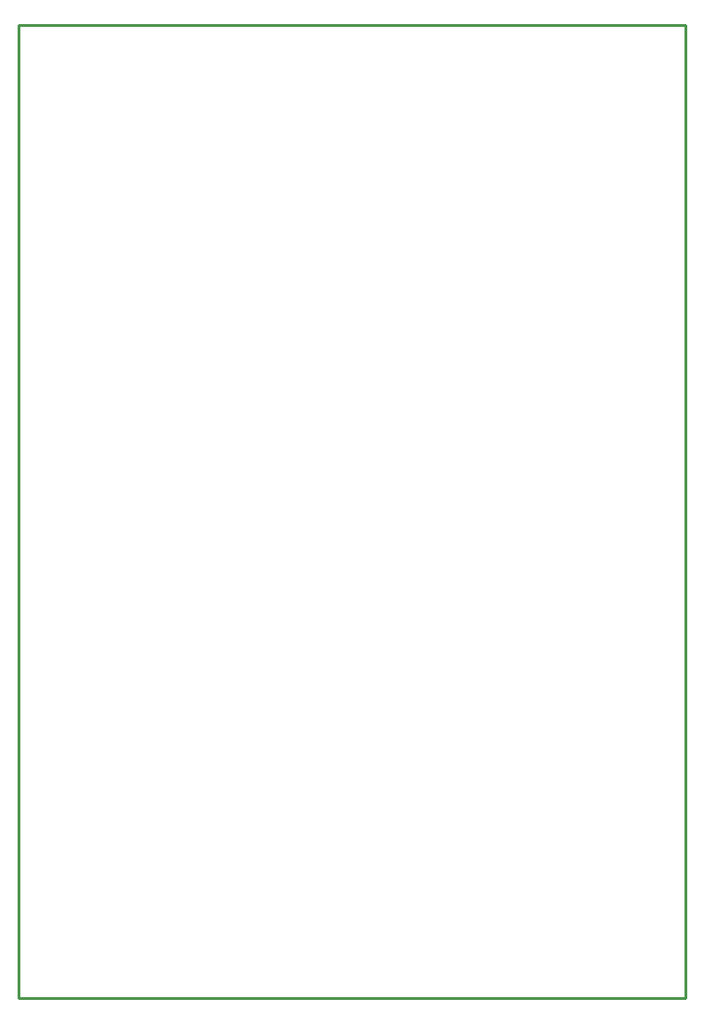
<source format=gko>
%FSLAX25Y25*%
%MOIN*%
G70*
G01*
G75*
G04 Layer_Color=16711935*
%ADD10R,0.04331X0.05512*%
%ADD11O,0.08268X0.01378*%
%ADD12O,0.01181X0.07087*%
%ADD13O,0.07087X0.01181*%
%ADD14C,0.01200*%
%ADD15C,0.01000*%
%ADD16C,0.02000*%
%ADD17C,0.01500*%
%ADD18C,0.00500*%
%ADD19C,0.00800*%
%ADD20C,0.05906*%
%ADD21R,0.05906X0.05906*%
%ADD22C,0.05500*%
%ADD23C,0.11811*%
%ADD24R,0.05906X0.05906*%
%ADD25R,0.06000X0.10000*%
%ADD26O,0.06000X0.10000*%
%ADD27C,0.03500*%
%ADD28C,0.03300*%
%ADD29C,0.03400*%
%ADD30R,0.05512X0.04331*%
%ADD31C,0.01800*%
%ADD32C,0.01900*%
D15*
X0Y-350000D02*
X240000D01*
Y0D01*
X0D02*
X240000D01*
X0Y-350000D02*
Y0D01*
M02*

</source>
